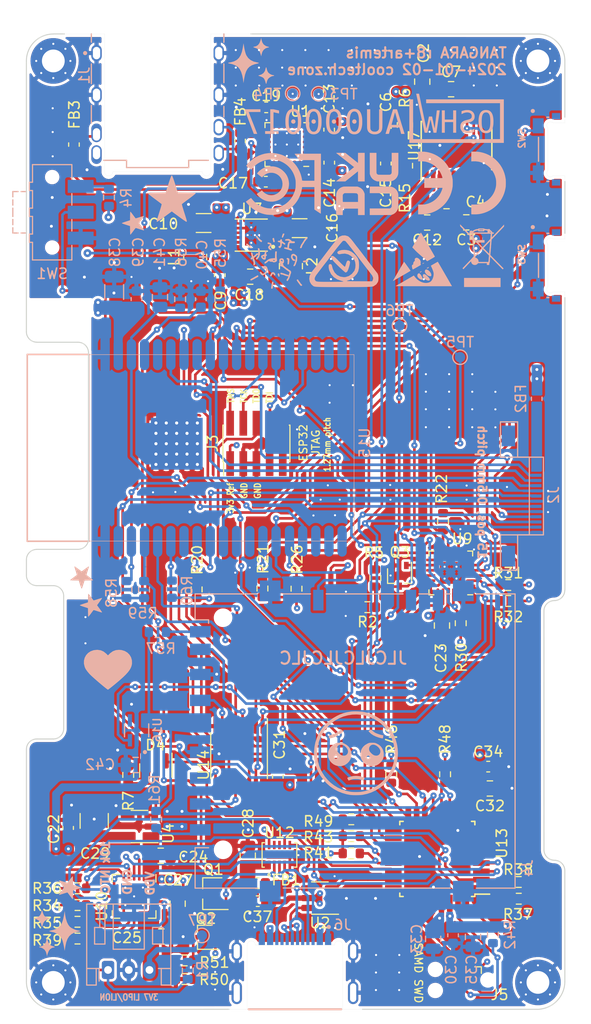
<source format=kicad_pcb>
(kicad_pcb (version 20221018) (generator pcbnew)

  (general
    (thickness 1.566672)
  )

  (paper "A4")
  (title_block
    (comment 4 "AISLER Project ID: ATEUINQR")
  )

  (layers
    (0 "F.Cu" signal)
    (1 "In1.Cu" signal)
    (2 "In2.Cu" signal)
    (31 "B.Cu" signal)
    (32 "B.Adhes" user "B.Adhesive")
    (33 "F.Adhes" user "F.Adhesive")
    (34 "B.Paste" user)
    (35 "F.Paste" user)
    (36 "B.SilkS" user "B.Silkscreen")
    (37 "F.SilkS" user "F.Silkscreen")
    (38 "B.Mask" user)
    (39 "F.Mask" user)
    (40 "Dwgs.User" user "User.Drawings")
    (41 "Cmts.User" user "User.Comments")
    (42 "Eco1.User" user "User.Eco1")
    (43 "Eco2.User" user "User.Eco2")
    (44 "Edge.Cuts" user)
    (45 "Margin" user)
    (46 "B.CrtYd" user "B.Courtyard")
    (47 "F.CrtYd" user "F.Courtyard")
    (48 "B.Fab" user)
    (49 "F.Fab" user)
    (50 "User.1" user)
    (51 "User.2" user)
    (52 "User.3" user)
    (53 "User.4" user)
    (54 "User.5" user)
    (55 "User.6" user)
    (56 "User.7" user)
    (57 "User.8" user)
    (58 "User.9" user)
  )

  (setup
    (stackup
      (layer "F.SilkS" (type "Top Silk Screen") (color "White"))
      (layer "F.Paste" (type "Top Solder Paste"))
      (layer "F.Mask" (type "Top Solder Mask") (color "Purple") (thickness 0.0254))
      (layer "F.Cu" (type "copper") (thickness 0.04318))
      (layer "dielectric 1" (type "prepreg") (thickness 0.202184) (material "FR408-HR") (epsilon_r 3.69) (loss_tangent 0.0091))
      (layer "In1.Cu" (type "copper") (thickness 0.017272))
      (layer "dielectric 2" (type "core") (thickness 0.9906) (material "FR408-HR") (epsilon_r 3.69) (loss_tangent 0.0091))
      (layer "In2.Cu" (type "copper") (thickness 0.017272))
      (layer "dielectric 3" (type "prepreg") (thickness 0.202184) (material "FR408-HR") (epsilon_r 3.69) (loss_tangent 0.0091))
      (layer "B.Cu" (type "copper") (thickness 0.04318))
      (layer "B.Mask" (type "Bottom Solder Mask") (color "Purple") (thickness 0.0254))
      (layer "B.Paste" (type "Bottom Solder Paste"))
      (layer "B.SilkS" (type "Bottom Silk Screen") (color "White"))
      (copper_finish "None")
      (dielectric_constraints no)
    )
    (pad_to_mask_clearance 0)
    (aux_axis_origin 117.25 51)
    (pcbplotparams
      (layerselection 0x00010fc_ffffffff)
      (plot_on_all_layers_selection 0x0000000_00000000)
      (disableapertmacros false)
      (usegerberextensions true)
      (usegerberattributes true)
      (usegerberadvancedattributes true)
      (creategerberjobfile true)
      (dashed_line_dash_ratio 12.000000)
      (dashed_line_gap_ratio 3.000000)
      (svgprecision 6)
      (plotframeref false)
      (viasonmask false)
      (mode 1)
      (useauxorigin false)
      (hpglpennumber 1)
      (hpglpenspeed 20)
      (hpglpendiameter 15.000000)
      (dxfpolygonmode true)
      (dxfimperialunits true)
      (dxfusepcbnewfont true)
      (psnegative false)
      (psa4output false)
      (plotreference true)
      (plotvalue true)
      (plotinvisibletext false)
      (sketchpadsonfab false)
      (subtractmaskfromsilk false)
      (outputformat 1)
      (mirror false)
      (drillshape 0)
      (scaleselection 1)
      (outputdirectory "gerbers2")
    )
  )

  (net 0 "")
  (net 1 "GND")
  (net 2 "/ESP_EN")
  (net 3 "BAT_LEVEL")
  (net 4 "SYS_POWER")
  (net 5 "USB.DP")
  (net 6 "USB.DN")
  (net 7 "3.5mm_DETECT")
  (net 8 "/JTAG.TMS")
  (net 9 "/JTAG.TCK")
  (net 10 "/JTAG.TDO")
  (net 11 "/JTAG.TDI")
  (net 12 "/SWD.SWDIO")
  (net 13 "/SWD.SWCLK")
  (net 14 "/SWD.RESET")
  (net 15 "/Power/NTC")
  (net 16 "~{CHG_PWR_OK}")
  (net 17 "I2C.SCL")
  (net 18 "VBUS")
  (net 19 "I2C.SDA")
  (net 20 "ESP_SPI.PICO")
  (net 21 "unconnected-(U9-IO0_5-Pad6)")
  (net 22 "ESP_SPI.SCLK")
  (net 23 "ESP_SPI.DISPLAY_CS")
  (net 24 "DISPLAY_LED_EN")
  (net 25 "/ESP_BOOT")
  (net 26 "~{SD_VDD_EN}")
  (net 27 "/UART.ESP.TX")
  (net 28 "ESP_SPI.POCI")
  (net 29 "DAC.DATA")
  (net 30 "DAC.BCK")
  (net 31 "ESP_SPI.SD_CS")
  (net 32 "DAC.LRCK")
  (net 33 "SAMD_SPI.POCI")
  (net 34 "/UART.ESP.RX")
  (net 35 "SAMD_SPI.CS")
  (net 36 "SAMD_SPI.PICO")
  (net 37 "/~{SAMD_INT}")
  (net 38 "SAMD_SPI.SCLK")
  (net 39 "CHG_SEL")
  (net 40 "AMP_EN")
  (net 41 "/Power/VBUS_SWITCHED")
  (net 42 "~{GPIO_INT}")
  (net 43 "USB_TCC0")
  (net 44 "USB_TCC1")
  (net 45 "KEY_LOCK")
  (net 46 "CHG_STAT1")
  (net 47 "CHG_STAT2")
  (net 48 "~{TOUCH_INT}")
  (net 49 "DISPLAY_DR")
  (net 50 "+3V3")
  (net 51 "+5VA")
  (net 52 "-5VA")
  (net 53 "KEY_VOL_UP")
  (net 54 "Net-(J7-Pin_3)")
  (net 55 "Net-(U1B-+)")
  (net 56 "KEY_VOL_DOWN")
  (net 57 "Net-(J4-CD{slash}DAT3)")
  (net 58 "Net-(J4-CMD)")
  (net 59 "Net-(J4-CLK)")
  (net 60 "Net-(J4-DAT0)")
  (net 61 "Net-(J4-DAT1)")
  (net 62 "Net-(J4-DAT2)")
  (net 63 "unconnected-(J1-Pad6)")
  (net 64 "Net-(J6-CC1)")
  (net 65 "Net-(U13-VDDCORE)")
  (net 66 "unconnected-(J3-UART_TX-Pad7)")
  (net 67 "unconnected-(J3-UART_RX-Pad9)")
  (net 68 "unconnected-(J3-nRst-Pad10)")
  (net 69 "unconnected-(J6-SBU1-PadA8)")
  (net 70 "unconnected-(J6-SBU2-PadB8)")
  (net 71 "Net-(U7-SWN)")
  (net 72 "Net-(U7-SWP)")
  (net 73 "Net-(Q1-G)")
  (net 74 "Net-(U1A-+)")
  (net 75 "Net-(U1A--)")
  (net 76 "Net-(C17-Pad2)")
  (net 77 "Net-(U1B--)")
  (net 78 "Net-(C19-Pad2)")
  (net 79 "Net-(U14E-~{OE})")
  (net 80 "Net-(U14E-S)")
  (net 81 "SYS_PWR_EN_SAMD")
  (net 82 "Net-(U10-CE)")
  (net 83 "Net-(U10-PROG3)")
  (net 84 "Net-(U10-PROG2)")
  (net 85 "Net-(U10-PROG1)")
  (net 86 "unconnected-(U1C-NC-Pad4)")
  (net 87 "unconnected-(U1-Pad6)")
  (net 88 "unconnected-(U1-Pad7)")
  (net 89 "unconnected-(U1-Pad8)")
  (net 90 "unconnected-(U1C-NC-Pad15)")
  (net 91 "unconnected-(U12-ORIENT-Pad8)")
  (net 92 "unconnected-(U12-SWMONI-Pad9)")
  (net 93 "unconnected-(U15-I39{slash}NOINT-Pad5)")
  (net 94 "unconnected-(U15-SHD{slash}SD2-Pad17)")
  (net 95 "unconnected-(U15-SWP{slash}SD3-Pad18)")
  (net 96 "unconnected-(U15-SCS{slash}CMD-Pad19)")
  (net 97 "unconnected-(U15-SCK{slash}CLK-Pad20)")
  (net 98 "unconnected-(U15-SDO{slash}SD0-Pad21)")
  (net 99 "unconnected-(U15-SDI{slash}SD1-Pad22)")
  (net 100 "unconnected-(U15-IO16-Pad27)")
  (net 101 "unconnected-(U15-IO17-Pad28)")
  (net 102 "unconnected-(U15-NC-Pad32)")
  (net 103 "Net-(J2-Pin_13)")
  (net 104 "Net-(FB3-Pad2)")
  (net 105 "Net-(FB4-Pad2)")
  (net 106 "Net-(J4-VDD)")
  (net 107 "unconnected-(U16-NC-Pad4)")
  (net 108 "Net-(SW1-C)")
  (net 109 "Net-(Q1-S)")
  (net 110 "DAC.MCK")
  (net 111 "SD_CD")
  (net 112 "Net-(U17-CPCA)")
  (net 113 "Net-(U17-CPCB)")
  (net 114 "unconnected-(U1-Pad1)")
  (net 115 "Net-(U17-VMID)")
  (net 116 "Net-(U17-CPVOUTN)")
  (net 117 "unconnected-(U1-Pad23)")
  (net 118 "Net-(U17-LINEVOUTL)")
  (net 119 "Net-(U17-LINEVOUTR)")
  (net 120 "unconnected-(U1-Pad24)")
  (net 121 "unconnected-(U17-ZFLAG-Pad7)")
  (net 122 "unconnected-(U9-IO0_6-Pad7)")
  (net 123 "Net-(Q3-G)")
  (net 124 "unconnected-(U9-IO1_5-Pad15)")
  (net 125 "unconnected-(U9-IO1_6-Pad16)")
  (net 126 "unconnected-(U9-IO1_7-Pad17)")
  (net 127 "Net-(U4-EN)")
  (net 128 "unconnected-(U4-NC-Pad4)")
  (net 129 "unconnected-(U13-PA06-Pad7)")
  (net 130 "unconnected-(U13-PA27-Pad25)")
  (net 131 "unconnected-(U13-PA28-Pad27)")
  (net 132 "Net-(Q2-D)")
  (net 133 "Net-(J6-CC2)")
  (net 134 "unconnected-(U13-PA07-Pad8)")
  (net 135 "unconnected-(U9-IO1_3-Pad13)")
  (net 136 "Net-(J6-DP-PadA6)")
  (net 137 "Net-(J6-DN-PadA7)")
  (net 138 "AMP_MUTE")
  (net 139 "unconnected-(J5-SWO-Pad6)")

  (footprint "Package_TO_SOT_SMD:TSOT-23" (layer "F.Cu") (at 135.476849 134.455179 180))

  (footprint "Package_TO_SOT_SMD:SOT-23-5" (layer "F.Cu") (at 128.415497 127.954481 180))

  (footprint "footprints:MountingHole_2.2mm_M2_Pad_Via2" (layer "F.Cu") (at 166.9 143))

  (footprint "Inductor_SMD:L_1008_2520Metric" (layer "F.Cu") (at 133.801417 72.973879 90))

  (footprint "Capacitor_SMD:C_0805_2012Metric" (layer "F.Cu") (at 130.473198 130.774567))

  (footprint "Resistor_SMD:R_0603_1608Metric" (layer "F.Cu") (at 122.434189 137.149989 180))

  (footprint "Resistor_SMD:R_0603_1608Metric" (layer "F.Cu") (at 151.198456 103.968297 -90))

  (footprint "footprints:QFN-20-1EP_4x4mm_P0.5mm_EP2.5x2.5mm_ThermalVias2" (layer "F.Cu") (at 127.902083 134.695156 -90))

  (footprint "Capacitor_SMD:C_0805_2012Metric" (layer "F.Cu") (at 130.529632 138.571066))

  (footprint "Capacitor_SMD:C_0603_1608Metric" (layer "F.Cu") (at 152.216943 60.416276 -90))

  (footprint "Package_DFN_QFN:HVQFN-24-1EP_4x4mm_P0.5mm_EP2.1x2.1mm" (layer "F.Cu") (at 158.484595 103.47166 180))

  (footprint "Package_TO_SOT_SMD:SOT-23" (layer "F.Cu") (at 130.000805 122.549717 -90))

  (footprint "Resistor_SMD:R_0603_1608Metric" (layer "F.Cu") (at 148.873745 127.25515))

  (footprint "Capacitor_SMD:C_0603_1608Metric" (layer "F.Cu") (at 136.172745 74.724126 -90))

  (footprint "Resistor_SMD:R_0603_1608Metric" (layer "F.Cu") (at 165.049071 134.922126 180))

  (footprint "Resistor_SMD:R_0603_1608Metric" (layer "F.Cu") (at 159.445045 108.327463 90))

  (footprint "Capacitor_SMD:C_0603_1608Metric" (layer "F.Cu") (at 121.530086 128.089529 90))

  (footprint "Package_TO_SOT_SMD:SOT-323_SC-70" (layer "F.Cu") (at 153.539681 103.751753 -90))

  (footprint "Capacitor_SMD:C_0603_1608Metric" (layer "F.Cu") (at 146.738191 60.685697 -90))

  (footprint "Resistor_SMD:R_0603_1608Metric" (layer "F.Cu") (at 165.050103 133.305697 180))

  (footprint "Capacitor_SMD:C_0603_1608Metric" (layer "F.Cu") (at 152.216095 63.952058 90))

  (footprint "footprints:BD91N01NUX-E2" (layer "F.Cu") (at 141.938445 130.694772 90))

  (footprint "Connector:Tag-Connect_TC2030-IDC-NL_2x03_P1.27mm_Vertical" (layer "F.Cu") (at 159.53 142.765 180))

  (footprint "Capacitor_SMD:C_0805_2012Metric" (layer "F.Cu") (at 159.982062 69.634671 180))

  (footprint "Resistor_SMD:R_0603_1608Metric" (layer "F.Cu") (at 122.434189 138.766966 180))

  (footprint "Inductor_SMD:L_0603_1608Metric" (layer "F.Cu") (at 139.793489 133.408759 180))

  (footprint "Resistor_SMD:R_0603_1608Metric" (layer "F.Cu") (at 148.873745 130.546956))

  (footprint "Resistor_SMD:R_0805_2012Metric" (layer "F.Cu") (at 154.05507 60.232017 -90))

  (footprint "Capacitor_SMD:C_0603_1608Metric" (layer "F.Cu") (at 140.620589 65.704592 180))

  (footprint "Capacitor_SMD:C_0805_2012Metric" (layer "F.Cu") (at 132.103885 135.401996 -90))

  (footprint "Capacitor_SMD:C_0603_1608Metric" (layer "F.Cu") (at 139.845147 135.157118 180))

  (footprint "Resistor_SMD:R_0603_1608Metric" (layer "F.Cu") (at 157.736387 98.523188 90))

  (footprint "Capacitor_SMD:C_0805_2012Metric" (layer "F.Cu") (at 139.111897 74.874786))

  (footprint "Resistor_SMD:R_0603_1608Metric" (layer "F.Cu") (at 122.439406 135.533013))

  (footprint "Resistor_SMD:R_0603_1608Metric" (layer "F.Cu") (at 132.78644 140.877326))

  (footprint "Inductor_SMD:L_1008_2520Metric" (layer "F.Cu") (at 143.044904 73.86026 -90))

  (footprint "Capacitor_SMD:C_0805_2012Metric" (layer "F.Cu") (at 156.207041 69.648592 180))

  (footprint "Capacitor_SMD:C_0805_2012Metric" (layer "F.Cu") (at 158.07357 67.582319 180))

  (footprint "Package_SO:TSSOP-16_4.4x5mm_P0.65mm" (layer "F.Cu") (at 138.037154 121.127252 -90))

  (footprint "Capacitor_SMD:C_0805_2012Metric" (layer "F.Cu") (at 158.513691 56.778764))

  (footprint "Inductor_SMD:L_0603_1608Metric" (layer "F.Cu") (at 138.136435 61.76766 -90))

  (footprint "Resistor_SMD:R_0603_1608Metric" (layer "F.Cu") (at 133.941895 105.064074 90))

  (footprint "NetTie:NetTie-2_SMD_Pad0.5mm" (layer "F.Cu") (at 146.902022 104.10454 -90))

  (footprint "Resistor_SMD:R_0603_1608Metric" (layer "F.Cu") (at 143.585559 104.993281 90))

  (footprint "Resistor_SMD:R_0603_1608Metric" (layer "F.Cu") (at 140.296114 104.976392 90))

  (footprint "Package_TO_SOT_SMD:SOT-23-6" (layer "F.Cu")
    (tstamp 98c16f2b-77bb-43d5-908d-2856eeb3b2ec)
    (at 145.845749 134.861076 180)
    (descr "SOT, 6 Pin (https://www.jedec.org/sites/default/files/docs/Mo-178c.PDF variant AB), generated with kicad-footprint-generator ipc_gullwing_generator.py")
    (tags "SOT TO_SOT_SMD")
    (property "MPN" "USBLC6-2SC6")
    (property "Sheetfile" "power.kicad_sch")
    (property "Sheetname" "Power")
    (property "ki_description" "Very low capacitance ESD protection diode, 2 data-line, SOT-23-6")
    (property "ki_keywords" "usb ethernet video")
    (path "/3e1bbe1f-2b0b-4dc2-a25f-c37315228fda/0c593d95-d021-4454-ae4f-36918ae6b686")
    (attr smd)
    (fp_text reference "U2" (at 0 -2.4) (layer "F.SilkS")
        (effects (font (size 1 1) (thickness 0.15)))
      (tstamp fb3c9ba8-d984-4e3f-828c-351ed15296b5)
    )
    (fp_text value "USBLC6-2SC6" (at 0 2.4) (layer "F.Fab")
        (effects (font (size 1 1) (thickness 0.15)))
      (tstamp ace24739-ef5d-4768-b649-b0a285b6e1c5)
    )
    (fp_text user "${REFERENCE}" (at 0 0) (layer "F.Fab")
        (effects (font (size 0.4 0.4) (thickness 0.06)))
      (tstamp c3d98806-46e3-44f7-8a65-1b6f4b58dcd1)
    )
    (fp_line (start 0 -1.56) (end -1.8 -1.56)
      (stroke (width 0.12) (type solid)) (layer "F.SilkS") (tstamp eaf5eda0-6e83-4661-bd3b-f0f26059735b))
    (fp_line (start 0 -1.56) (end 0.8 -1.56)
      (stroke (width 0.12) (type solid)) (layer "F.SilkS") (tstamp 2cc74184-c9db-49d2-9c5a-51879f6693e2))
    (fp_line (start 0 1.56) (end -0.8 1.56)
      (stroke (width 0.12) (type solid)) (layer "F.SilkS") (tstamp 7066af6d-7552-4607-8b96-727e3cbc8f62))
    (fp_line (start 0 1.56) (end 0.8 1.56)
      (stroke (width 0.12) (type solid)) (layer "F.SilkS") (tstamp 4f6d4b74-dc71-4cf0-9d48-f1e62976961f))
    (fp_line (start -2.05 -1.7) (end -2.05 1.7)
      (stroke (width 0.05) (type solid)) (layer "F.CrtYd") (tstamp 23ef1045-b9eb-42ab-8c01-f4e3e8347144))
    (fp_line (start -2.05 1.7) (end 2.05 1.7)
      (stroke (width 0.05) (type solid)) (layer "F.CrtYd") (tstamp ddb598d8-a83e-4371-a7a3-496ee11a672e))
    (fp_line (start 2.05 -1.7) (end -2.05 -1.7)
      (stroke (width 0.05) (type solid)) (layer "F.CrtYd") (tstamp ecfe948c-e1d1-4321-8338-610759f29c91))
    (fp_line (start 2.05 1.7) (end 2.05 -1.7)
      (stroke (width 0.05) (type solid)) (layer "F.CrtYd") (tstamp fa7c5f7c-ab2b-4d50-9b23-deddaa58df6c))
    (fp_line (start -0.8 -1.05) (end -0.4 -1.45)
      (stroke (width 0.1) (type solid)) (layer "F.Fab") (tstamp 1a85b34f-7026-42d6-8c62-11e8d01987e0))
    (fp_line (start -0.8 1.45) (end -0.8 -1.05)
      (stroke (width 0.1) (type solid)) (layer "F.Fab") (tstamp a5dfe8e8-3c99-4f6e-99c7-f6f171d256e3))
    (fp_line (start -0.4 -1.45) (end 0.8 -1.45)
      (stroke (width 0.1) (type solid)) (layer "F.
... [2857537 chars truncated]
</source>
